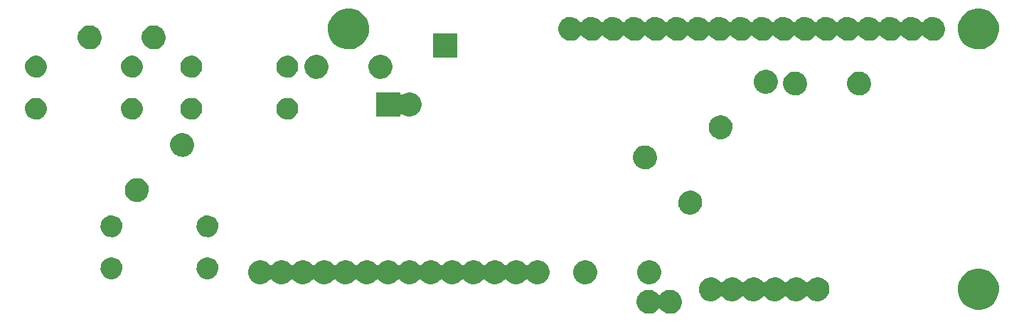
<source format=gbs>
G04 #@! TF.FileFunction,Soldermask,Bot*
%FSLAX46Y46*%
G04 Gerber Fmt 4.6, Leading zero omitted, Abs format (unit mm)*
G04 Created by KiCad (PCBNEW 4.0.2-stable) date 05/06/2017 19:11:29*
%MOMM*%
G01*
G04 APERTURE LIST*
%ADD10C,0.150000*%
G04 APERTURE END LIST*
D10*
G36*
X93419400Y-48078538D02*
X93692653Y-48134629D01*
X93949809Y-48242727D01*
X94181061Y-48398710D01*
X94377623Y-48596648D01*
X94531989Y-48828986D01*
X94638290Y-49086892D01*
X94692192Y-49359120D01*
X94692191Y-49359165D01*
X94692461Y-49360527D01*
X94688012Y-49679137D01*
X94687705Y-49680490D01*
X94687704Y-49680536D01*
X94626221Y-49951155D01*
X94512763Y-50205985D01*
X94351968Y-50433927D01*
X94149956Y-50626300D01*
X93914436Y-50775766D01*
X93654367Y-50876639D01*
X93379651Y-50925080D01*
X93100769Y-50919237D01*
X92828324Y-50859336D01*
X92572704Y-50747659D01*
X92343651Y-50588463D01*
X92144036Y-50381757D01*
X92098924Y-50346624D01*
X92045810Y-50325449D01*
X91988900Y-50319910D01*
X91932700Y-50330445D01*
X91881660Y-50356220D01*
X91831821Y-50405782D01*
X91811966Y-50433928D01*
X91609956Y-50626300D01*
X91374436Y-50775766D01*
X91114367Y-50876639D01*
X90839651Y-50925080D01*
X90560769Y-50919237D01*
X90288324Y-50859336D01*
X90032704Y-50747659D01*
X89803651Y-50588463D01*
X89609872Y-50387799D01*
X89458767Y-50153329D01*
X89356077Y-49893965D01*
X89305721Y-49619597D01*
X89309616Y-49340680D01*
X89367613Y-49067823D01*
X89477502Y-48811434D01*
X89635099Y-48581268D01*
X89834397Y-48386102D01*
X90067817Y-48233357D01*
X90326452Y-48128861D01*
X90600461Y-48076591D01*
X90879400Y-48078538D01*
X91152653Y-48134629D01*
X91409809Y-48242727D01*
X91641061Y-48398710D01*
X91851660Y-48610784D01*
X91851921Y-48610524D01*
X91869952Y-48630769D01*
X91918371Y-48661183D01*
X91973347Y-48676904D01*
X92030525Y-48676687D01*
X92085379Y-48660548D01*
X92133566Y-48629767D01*
X92168837Y-48590416D01*
X92175103Y-48581264D01*
X92374397Y-48386102D01*
X92607817Y-48233357D01*
X92866452Y-48128861D01*
X93140461Y-48076591D01*
X93419400Y-48078538D01*
X93419400Y-48078538D01*
G37*
G36*
X130256114Y-45563215D02*
X130724550Y-45659371D01*
X131165377Y-45844678D01*
X131561818Y-46112081D01*
X131898775Y-46451398D01*
X132163404Y-46849697D01*
X132345633Y-47291815D01*
X132438236Y-47759496D01*
X132438235Y-47759546D01*
X132438504Y-47760903D01*
X132430877Y-48307091D01*
X132430570Y-48308444D01*
X132430569Y-48308490D01*
X132324944Y-48773402D01*
X132130442Y-49210262D01*
X131854796Y-49601015D01*
X131508499Y-49930790D01*
X131104740Y-50187022D01*
X130658911Y-50359947D01*
X130187975Y-50442987D01*
X129709889Y-50432972D01*
X129242844Y-50330285D01*
X128804644Y-50138841D01*
X128411969Y-49865925D01*
X128079788Y-49521941D01*
X127820747Y-49119988D01*
X127644709Y-48675368D01*
X127558385Y-48205026D01*
X127565062Y-47726882D01*
X127664486Y-47259128D01*
X127852866Y-46819604D01*
X128123030Y-46425039D01*
X128464690Y-46090461D01*
X128864830Y-45828617D01*
X129308205Y-45649482D01*
X129777933Y-45559876D01*
X130256114Y-45563215D01*
X130256114Y-45563215D01*
G37*
G36*
X110999400Y-46578538D02*
X111272653Y-46634629D01*
X111529809Y-46742727D01*
X111761061Y-46898710D01*
X111957623Y-47096648D01*
X112111989Y-47328986D01*
X112218290Y-47586892D01*
X112272192Y-47859120D01*
X112272191Y-47859165D01*
X112272461Y-47860527D01*
X112268012Y-48179137D01*
X112267705Y-48180490D01*
X112267704Y-48180536D01*
X112206221Y-48451155D01*
X112092763Y-48705985D01*
X111931968Y-48933927D01*
X111729956Y-49126300D01*
X111494436Y-49275766D01*
X111234367Y-49376639D01*
X110959651Y-49425080D01*
X110680769Y-49419237D01*
X110408324Y-49359336D01*
X110152704Y-49247659D01*
X109923651Y-49088463D01*
X109724036Y-48881757D01*
X109678924Y-48846624D01*
X109625810Y-48825449D01*
X109568900Y-48819910D01*
X109512700Y-48830445D01*
X109461660Y-48856220D01*
X109411821Y-48905782D01*
X109391966Y-48933928D01*
X109189956Y-49126300D01*
X108954436Y-49275766D01*
X108694367Y-49376639D01*
X108419651Y-49425080D01*
X108140769Y-49419237D01*
X107868324Y-49359336D01*
X107612704Y-49247659D01*
X107383651Y-49088463D01*
X107184036Y-48881757D01*
X107138924Y-48846624D01*
X107085810Y-48825449D01*
X107028900Y-48819910D01*
X106972700Y-48830445D01*
X106921660Y-48856220D01*
X106871821Y-48905782D01*
X106851966Y-48933928D01*
X106649956Y-49126300D01*
X106414436Y-49275766D01*
X106154367Y-49376639D01*
X105879651Y-49425080D01*
X105600769Y-49419237D01*
X105328324Y-49359336D01*
X105072704Y-49247659D01*
X104843651Y-49088463D01*
X104644036Y-48881757D01*
X104598924Y-48846624D01*
X104545810Y-48825449D01*
X104488900Y-48819910D01*
X104432700Y-48830445D01*
X104381660Y-48856220D01*
X104331821Y-48905782D01*
X104311966Y-48933928D01*
X104109956Y-49126300D01*
X103874436Y-49275766D01*
X103614367Y-49376639D01*
X103339651Y-49425080D01*
X103060769Y-49419237D01*
X102788324Y-49359336D01*
X102532704Y-49247659D01*
X102303651Y-49088463D01*
X102104036Y-48881757D01*
X102058924Y-48846624D01*
X102005810Y-48825449D01*
X101948900Y-48819910D01*
X101892700Y-48830445D01*
X101841660Y-48856220D01*
X101791821Y-48905782D01*
X101771966Y-48933928D01*
X101569956Y-49126300D01*
X101334436Y-49275766D01*
X101074367Y-49376639D01*
X100799651Y-49425080D01*
X100520769Y-49419237D01*
X100248324Y-49359336D01*
X99992704Y-49247659D01*
X99763651Y-49088463D01*
X99564036Y-48881757D01*
X99518924Y-48846624D01*
X99465810Y-48825449D01*
X99408900Y-48819910D01*
X99352700Y-48830445D01*
X99301660Y-48856220D01*
X99251821Y-48905782D01*
X99231966Y-48933928D01*
X99029956Y-49126300D01*
X98794436Y-49275766D01*
X98534367Y-49376639D01*
X98259651Y-49425080D01*
X97980769Y-49419237D01*
X97708324Y-49359336D01*
X97452704Y-49247659D01*
X97223651Y-49088463D01*
X97029872Y-48887799D01*
X96878767Y-48653329D01*
X96776077Y-48393965D01*
X96725721Y-48119597D01*
X96729616Y-47840680D01*
X96787613Y-47567823D01*
X96897502Y-47311434D01*
X97055099Y-47081268D01*
X97254397Y-46886102D01*
X97487817Y-46733357D01*
X97746452Y-46628861D01*
X98020461Y-46576591D01*
X98299400Y-46578538D01*
X98572653Y-46634629D01*
X98829809Y-46742727D01*
X99061061Y-46898710D01*
X99271660Y-47110784D01*
X99271921Y-47110524D01*
X99289952Y-47130769D01*
X99338371Y-47161183D01*
X99393347Y-47176904D01*
X99450525Y-47176687D01*
X99505379Y-47160548D01*
X99553566Y-47129767D01*
X99588837Y-47090416D01*
X99595103Y-47081264D01*
X99794397Y-46886102D01*
X100027817Y-46733357D01*
X100286452Y-46628861D01*
X100560461Y-46576591D01*
X100839400Y-46578538D01*
X101112653Y-46634629D01*
X101369809Y-46742727D01*
X101601061Y-46898710D01*
X101811660Y-47110784D01*
X101811921Y-47110524D01*
X101829952Y-47130769D01*
X101878371Y-47161183D01*
X101933347Y-47176904D01*
X101990525Y-47176687D01*
X102045379Y-47160548D01*
X102093566Y-47129767D01*
X102128837Y-47090416D01*
X102135103Y-47081264D01*
X102334397Y-46886102D01*
X102567817Y-46733357D01*
X102826452Y-46628861D01*
X103100461Y-46576591D01*
X103379400Y-46578538D01*
X103652653Y-46634629D01*
X103909809Y-46742727D01*
X104141061Y-46898710D01*
X104351660Y-47110784D01*
X104351921Y-47110524D01*
X104369952Y-47130769D01*
X104418371Y-47161183D01*
X104473347Y-47176904D01*
X104530525Y-47176687D01*
X104585379Y-47160548D01*
X104633566Y-47129767D01*
X104668837Y-47090416D01*
X104675103Y-47081264D01*
X104874397Y-46886102D01*
X105107817Y-46733357D01*
X105366452Y-46628861D01*
X105640461Y-46576591D01*
X105919400Y-46578538D01*
X106192653Y-46634629D01*
X106449809Y-46742727D01*
X106681061Y-46898710D01*
X106891660Y-47110784D01*
X106891921Y-47110524D01*
X106909952Y-47130769D01*
X106958371Y-47161183D01*
X107013347Y-47176904D01*
X107070525Y-47176687D01*
X107125379Y-47160548D01*
X107173566Y-47129767D01*
X107208837Y-47090416D01*
X107215103Y-47081264D01*
X107414397Y-46886102D01*
X107647817Y-46733357D01*
X107906452Y-46628861D01*
X108180461Y-46576591D01*
X108459400Y-46578538D01*
X108732653Y-46634629D01*
X108989809Y-46742727D01*
X109221061Y-46898710D01*
X109431660Y-47110784D01*
X109431921Y-47110524D01*
X109449952Y-47130769D01*
X109498371Y-47161183D01*
X109553347Y-47176904D01*
X109610525Y-47176687D01*
X109665379Y-47160548D01*
X109713566Y-47129767D01*
X109748837Y-47090416D01*
X109755103Y-47081264D01*
X109954397Y-46886102D01*
X110187817Y-46733357D01*
X110446452Y-46628861D01*
X110720461Y-46576591D01*
X110999400Y-46578538D01*
X110999400Y-46578538D01*
G37*
G36*
X77659400Y-44578538D02*
X77932653Y-44634629D01*
X78189809Y-44742727D01*
X78421061Y-44898710D01*
X78617623Y-45096648D01*
X78771989Y-45328986D01*
X78878290Y-45586892D01*
X78932192Y-45859120D01*
X78932191Y-45859165D01*
X78932461Y-45860527D01*
X78928012Y-46179137D01*
X78927705Y-46180490D01*
X78927704Y-46180536D01*
X78866221Y-46451155D01*
X78752763Y-46705985D01*
X78591968Y-46933927D01*
X78389956Y-47126300D01*
X78154436Y-47275766D01*
X77894367Y-47376639D01*
X77619651Y-47425080D01*
X77340769Y-47419237D01*
X77068324Y-47359336D01*
X76812704Y-47247659D01*
X76583651Y-47088463D01*
X76384036Y-46881757D01*
X76338924Y-46846624D01*
X76285810Y-46825449D01*
X76228900Y-46819910D01*
X76172700Y-46830445D01*
X76121660Y-46856220D01*
X76071821Y-46905782D01*
X76051966Y-46933928D01*
X75849956Y-47126300D01*
X75614436Y-47275766D01*
X75354367Y-47376639D01*
X75079651Y-47425080D01*
X74800769Y-47419237D01*
X74528324Y-47359336D01*
X74272704Y-47247659D01*
X74043651Y-47088463D01*
X73844036Y-46881757D01*
X73798924Y-46846624D01*
X73745810Y-46825449D01*
X73688900Y-46819910D01*
X73632700Y-46830445D01*
X73581660Y-46856220D01*
X73531821Y-46905782D01*
X73511966Y-46933928D01*
X73309956Y-47126300D01*
X73074436Y-47275766D01*
X72814367Y-47376639D01*
X72539651Y-47425080D01*
X72260769Y-47419237D01*
X71988324Y-47359336D01*
X71732704Y-47247659D01*
X71503651Y-47088463D01*
X71304036Y-46881757D01*
X71258924Y-46846624D01*
X71205810Y-46825449D01*
X71148900Y-46819910D01*
X71092700Y-46830445D01*
X71041660Y-46856220D01*
X70991821Y-46905782D01*
X70971966Y-46933928D01*
X70769956Y-47126300D01*
X70534436Y-47275766D01*
X70274367Y-47376639D01*
X69999651Y-47425080D01*
X69720769Y-47419237D01*
X69448324Y-47359336D01*
X69192704Y-47247659D01*
X68963651Y-47088463D01*
X68764036Y-46881757D01*
X68718924Y-46846624D01*
X68665810Y-46825449D01*
X68608900Y-46819910D01*
X68552700Y-46830445D01*
X68501660Y-46856220D01*
X68451821Y-46905782D01*
X68431966Y-46933928D01*
X68229956Y-47126300D01*
X67994436Y-47275766D01*
X67734367Y-47376639D01*
X67459651Y-47425080D01*
X67180769Y-47419237D01*
X66908324Y-47359336D01*
X66652704Y-47247659D01*
X66423651Y-47088463D01*
X66224036Y-46881757D01*
X66178924Y-46846624D01*
X66125810Y-46825449D01*
X66068900Y-46819910D01*
X66012700Y-46830445D01*
X65961660Y-46856220D01*
X65911821Y-46905782D01*
X65891966Y-46933928D01*
X65689956Y-47126300D01*
X65454436Y-47275766D01*
X65194367Y-47376639D01*
X64919651Y-47425080D01*
X64640769Y-47419237D01*
X64368324Y-47359336D01*
X64112704Y-47247659D01*
X63883651Y-47088463D01*
X63684036Y-46881757D01*
X63638924Y-46846624D01*
X63585810Y-46825449D01*
X63528900Y-46819910D01*
X63472700Y-46830445D01*
X63421660Y-46856220D01*
X63371821Y-46905782D01*
X63351966Y-46933928D01*
X63149956Y-47126300D01*
X62914436Y-47275766D01*
X62654367Y-47376639D01*
X62379651Y-47425080D01*
X62100769Y-47419237D01*
X61828324Y-47359336D01*
X61572704Y-47247659D01*
X61343651Y-47088463D01*
X61144036Y-46881757D01*
X61098924Y-46846624D01*
X61045810Y-46825449D01*
X60988900Y-46819910D01*
X60932700Y-46830445D01*
X60881660Y-46856220D01*
X60831821Y-46905782D01*
X60811966Y-46933928D01*
X60609956Y-47126300D01*
X60374436Y-47275766D01*
X60114367Y-47376639D01*
X59839651Y-47425080D01*
X59560769Y-47419237D01*
X59288324Y-47359336D01*
X59032704Y-47247659D01*
X58803651Y-47088463D01*
X58604036Y-46881757D01*
X58558924Y-46846624D01*
X58505810Y-46825449D01*
X58448900Y-46819910D01*
X58392700Y-46830445D01*
X58341660Y-46856220D01*
X58291821Y-46905782D01*
X58271966Y-46933928D01*
X58069956Y-47126300D01*
X57834436Y-47275766D01*
X57574367Y-47376639D01*
X57299651Y-47425080D01*
X57020769Y-47419237D01*
X56748324Y-47359336D01*
X56492704Y-47247659D01*
X56263651Y-47088463D01*
X56064036Y-46881757D01*
X56018924Y-46846624D01*
X55965810Y-46825449D01*
X55908900Y-46819910D01*
X55852700Y-46830445D01*
X55801660Y-46856220D01*
X55751821Y-46905782D01*
X55731966Y-46933928D01*
X55529956Y-47126300D01*
X55294436Y-47275766D01*
X55034367Y-47376639D01*
X54759651Y-47425080D01*
X54480769Y-47419237D01*
X54208324Y-47359336D01*
X53952704Y-47247659D01*
X53723651Y-47088463D01*
X53524036Y-46881757D01*
X53478924Y-46846624D01*
X53425810Y-46825449D01*
X53368900Y-46819910D01*
X53312700Y-46830445D01*
X53261660Y-46856220D01*
X53211821Y-46905782D01*
X53191966Y-46933928D01*
X52989956Y-47126300D01*
X52754436Y-47275766D01*
X52494367Y-47376639D01*
X52219651Y-47425080D01*
X51940769Y-47419237D01*
X51668324Y-47359336D01*
X51412704Y-47247659D01*
X51183651Y-47088463D01*
X50984036Y-46881757D01*
X50938924Y-46846624D01*
X50885810Y-46825449D01*
X50828900Y-46819910D01*
X50772700Y-46830445D01*
X50721660Y-46856220D01*
X50671821Y-46905782D01*
X50651966Y-46933928D01*
X50449956Y-47126300D01*
X50214436Y-47275766D01*
X49954367Y-47376639D01*
X49679651Y-47425080D01*
X49400769Y-47419237D01*
X49128324Y-47359336D01*
X48872704Y-47247659D01*
X48643651Y-47088463D01*
X48444036Y-46881757D01*
X48398924Y-46846624D01*
X48345810Y-46825449D01*
X48288900Y-46819910D01*
X48232700Y-46830445D01*
X48181660Y-46856220D01*
X48131821Y-46905782D01*
X48111966Y-46933928D01*
X47909956Y-47126300D01*
X47674436Y-47275766D01*
X47414367Y-47376639D01*
X47139651Y-47425080D01*
X46860769Y-47419237D01*
X46588324Y-47359336D01*
X46332704Y-47247659D01*
X46103651Y-47088463D01*
X45904036Y-46881757D01*
X45858924Y-46846624D01*
X45805810Y-46825449D01*
X45748900Y-46819910D01*
X45692700Y-46830445D01*
X45641660Y-46856220D01*
X45591821Y-46905782D01*
X45571966Y-46933928D01*
X45369956Y-47126300D01*
X45134436Y-47275766D01*
X44874367Y-47376639D01*
X44599651Y-47425080D01*
X44320769Y-47419237D01*
X44048324Y-47359336D01*
X43792704Y-47247659D01*
X43563651Y-47088463D01*
X43369872Y-46887799D01*
X43218767Y-46653329D01*
X43116077Y-46393965D01*
X43065721Y-46119597D01*
X43069616Y-45840680D01*
X43127613Y-45567823D01*
X43237502Y-45311434D01*
X43395099Y-45081268D01*
X43594397Y-44886102D01*
X43827817Y-44733357D01*
X44086452Y-44628861D01*
X44360461Y-44576591D01*
X44639400Y-44578538D01*
X44912653Y-44634629D01*
X45169809Y-44742727D01*
X45401061Y-44898710D01*
X45611660Y-45110784D01*
X45611921Y-45110524D01*
X45629952Y-45130769D01*
X45678371Y-45161183D01*
X45733347Y-45176904D01*
X45790525Y-45176687D01*
X45845379Y-45160548D01*
X45893566Y-45129767D01*
X45928837Y-45090416D01*
X45935103Y-45081264D01*
X46134397Y-44886102D01*
X46367817Y-44733357D01*
X46626452Y-44628861D01*
X46900461Y-44576591D01*
X47179400Y-44578538D01*
X47452653Y-44634629D01*
X47709809Y-44742727D01*
X47941061Y-44898710D01*
X48151660Y-45110784D01*
X48151921Y-45110524D01*
X48169952Y-45130769D01*
X48218371Y-45161183D01*
X48273347Y-45176904D01*
X48330525Y-45176687D01*
X48385379Y-45160548D01*
X48433566Y-45129767D01*
X48468837Y-45090416D01*
X48475103Y-45081264D01*
X48674397Y-44886102D01*
X48907817Y-44733357D01*
X49166452Y-44628861D01*
X49440461Y-44576591D01*
X49719400Y-44578538D01*
X49992653Y-44634629D01*
X50249809Y-44742727D01*
X50481061Y-44898710D01*
X50691660Y-45110784D01*
X50691921Y-45110524D01*
X50709952Y-45130769D01*
X50758371Y-45161183D01*
X50813347Y-45176904D01*
X50870525Y-45176687D01*
X50925379Y-45160548D01*
X50973566Y-45129767D01*
X51008837Y-45090416D01*
X51015103Y-45081264D01*
X51214397Y-44886102D01*
X51447817Y-44733357D01*
X51706452Y-44628861D01*
X51980461Y-44576591D01*
X52259400Y-44578538D01*
X52532653Y-44634629D01*
X52789809Y-44742727D01*
X53021061Y-44898710D01*
X53231660Y-45110784D01*
X53231921Y-45110524D01*
X53249952Y-45130769D01*
X53298371Y-45161183D01*
X53353347Y-45176904D01*
X53410525Y-45176687D01*
X53465379Y-45160548D01*
X53513566Y-45129767D01*
X53548837Y-45090416D01*
X53555103Y-45081264D01*
X53754397Y-44886102D01*
X53987817Y-44733357D01*
X54246452Y-44628861D01*
X54520461Y-44576591D01*
X54799400Y-44578538D01*
X55072653Y-44634629D01*
X55329809Y-44742727D01*
X55561061Y-44898710D01*
X55771660Y-45110784D01*
X55771921Y-45110524D01*
X55789952Y-45130769D01*
X55838371Y-45161183D01*
X55893347Y-45176904D01*
X55950525Y-45176687D01*
X56005379Y-45160548D01*
X56053566Y-45129767D01*
X56088837Y-45090416D01*
X56095103Y-45081264D01*
X56294397Y-44886102D01*
X56527817Y-44733357D01*
X56786452Y-44628861D01*
X57060461Y-44576591D01*
X57339400Y-44578538D01*
X57612653Y-44634629D01*
X57869809Y-44742727D01*
X58101061Y-44898710D01*
X58311660Y-45110784D01*
X58311921Y-45110524D01*
X58329952Y-45130769D01*
X58378371Y-45161183D01*
X58433347Y-45176904D01*
X58490525Y-45176687D01*
X58545379Y-45160548D01*
X58593566Y-45129767D01*
X58628837Y-45090416D01*
X58635103Y-45081264D01*
X58834397Y-44886102D01*
X59067817Y-44733357D01*
X59326452Y-44628861D01*
X59600461Y-44576591D01*
X59879400Y-44578538D01*
X60152653Y-44634629D01*
X60409809Y-44742727D01*
X60641061Y-44898710D01*
X60851660Y-45110784D01*
X60851921Y-45110524D01*
X60869952Y-45130769D01*
X60918371Y-45161183D01*
X60973347Y-45176904D01*
X61030525Y-45176687D01*
X61085379Y-45160548D01*
X61133566Y-45129767D01*
X61168837Y-45090416D01*
X61175103Y-45081264D01*
X61374397Y-44886102D01*
X61607817Y-44733357D01*
X61866452Y-44628861D01*
X62140461Y-44576591D01*
X62419400Y-44578538D01*
X62692653Y-44634629D01*
X62949809Y-44742727D01*
X63181061Y-44898710D01*
X63391660Y-45110784D01*
X63391921Y-45110524D01*
X63409952Y-45130769D01*
X63458371Y-45161183D01*
X63513347Y-45176904D01*
X63570525Y-45176687D01*
X63625379Y-45160548D01*
X63673566Y-45129767D01*
X63708837Y-45090416D01*
X63715103Y-45081264D01*
X63914397Y-44886102D01*
X64147817Y-44733357D01*
X64406452Y-44628861D01*
X64680461Y-44576591D01*
X64959400Y-44578538D01*
X65232653Y-44634629D01*
X65489809Y-44742727D01*
X65721061Y-44898710D01*
X65931660Y-45110784D01*
X65931921Y-45110524D01*
X65949952Y-45130769D01*
X65998371Y-45161183D01*
X66053347Y-45176904D01*
X66110525Y-45176687D01*
X66165379Y-45160548D01*
X66213566Y-45129767D01*
X66248837Y-45090416D01*
X66255103Y-45081264D01*
X66454397Y-44886102D01*
X66687817Y-44733357D01*
X66946452Y-44628861D01*
X67220461Y-44576591D01*
X67499400Y-44578538D01*
X67772653Y-44634629D01*
X68029809Y-44742727D01*
X68261061Y-44898710D01*
X68471660Y-45110784D01*
X68471921Y-45110524D01*
X68489952Y-45130769D01*
X68538371Y-45161183D01*
X68593347Y-45176904D01*
X68650525Y-45176687D01*
X68705379Y-45160548D01*
X68753566Y-45129767D01*
X68788837Y-45090416D01*
X68795103Y-45081264D01*
X68994397Y-44886102D01*
X69227817Y-44733357D01*
X69486452Y-44628861D01*
X69760461Y-44576591D01*
X70039400Y-44578538D01*
X70312653Y-44634629D01*
X70569809Y-44742727D01*
X70801061Y-44898710D01*
X71011660Y-45110784D01*
X71011921Y-45110524D01*
X71029952Y-45130769D01*
X71078371Y-45161183D01*
X71133347Y-45176904D01*
X71190525Y-45176687D01*
X71245379Y-45160548D01*
X71293566Y-45129767D01*
X71328837Y-45090416D01*
X71335103Y-45081264D01*
X71534397Y-44886102D01*
X71767817Y-44733357D01*
X72026452Y-44628861D01*
X72300461Y-44576591D01*
X72579400Y-44578538D01*
X72852653Y-44634629D01*
X73109809Y-44742727D01*
X73341061Y-44898710D01*
X73551660Y-45110784D01*
X73551921Y-45110524D01*
X73569952Y-45130769D01*
X73618371Y-45161183D01*
X73673347Y-45176904D01*
X73730525Y-45176687D01*
X73785379Y-45160548D01*
X73833566Y-45129767D01*
X73868837Y-45090416D01*
X73875103Y-45081264D01*
X74074397Y-44886102D01*
X74307817Y-44733357D01*
X74566452Y-44628861D01*
X74840461Y-44576591D01*
X75119400Y-44578538D01*
X75392653Y-44634629D01*
X75649809Y-44742727D01*
X75881061Y-44898710D01*
X76091660Y-45110784D01*
X76091921Y-45110524D01*
X76109952Y-45130769D01*
X76158371Y-45161183D01*
X76213347Y-45176904D01*
X76270525Y-45176687D01*
X76325379Y-45160548D01*
X76373566Y-45129767D01*
X76408837Y-45090416D01*
X76415103Y-45081264D01*
X76614397Y-44886102D01*
X76847817Y-44733357D01*
X77106452Y-44628861D01*
X77380461Y-44576591D01*
X77659400Y-44578538D01*
X77659400Y-44578538D01*
G37*
G36*
X90959400Y-44578538D02*
X91232653Y-44634629D01*
X91489809Y-44742727D01*
X91721061Y-44898710D01*
X91917623Y-45096648D01*
X92071989Y-45328986D01*
X92178290Y-45586892D01*
X92232192Y-45859120D01*
X92232191Y-45859165D01*
X92232461Y-45860527D01*
X92228012Y-46179137D01*
X92227705Y-46180490D01*
X92227704Y-46180536D01*
X92166221Y-46451155D01*
X92052763Y-46705985D01*
X91891968Y-46933927D01*
X91689956Y-47126300D01*
X91454436Y-47275766D01*
X91194367Y-47376639D01*
X90919651Y-47425080D01*
X90640769Y-47419237D01*
X90368324Y-47359336D01*
X90112704Y-47247659D01*
X89883651Y-47088463D01*
X89689872Y-46887799D01*
X89538767Y-46653329D01*
X89436077Y-46393965D01*
X89385721Y-46119597D01*
X89389616Y-45840680D01*
X89447613Y-45567823D01*
X89557502Y-45311434D01*
X89715099Y-45081268D01*
X89914397Y-44886102D01*
X90147817Y-44733357D01*
X90406452Y-44628861D01*
X90680461Y-44576591D01*
X90959400Y-44578538D01*
X90959400Y-44578538D01*
G37*
G36*
X83339400Y-44578538D02*
X83612653Y-44634629D01*
X83869809Y-44742727D01*
X84101061Y-44898710D01*
X84297623Y-45096648D01*
X84451989Y-45328986D01*
X84558290Y-45586892D01*
X84612192Y-45859120D01*
X84612191Y-45859165D01*
X84612461Y-45860527D01*
X84608012Y-46179137D01*
X84607705Y-46180490D01*
X84607704Y-46180536D01*
X84546221Y-46451155D01*
X84432763Y-46705985D01*
X84271968Y-46933927D01*
X84069956Y-47126300D01*
X83834436Y-47275766D01*
X83574367Y-47376639D01*
X83299651Y-47425080D01*
X83020769Y-47419237D01*
X82748324Y-47359336D01*
X82492704Y-47247659D01*
X82263651Y-47088463D01*
X82069872Y-46887799D01*
X81918767Y-46653329D01*
X81816077Y-46393965D01*
X81765721Y-46119597D01*
X81769616Y-45840680D01*
X81827613Y-45567823D01*
X81937502Y-45311434D01*
X82095099Y-45081268D01*
X82294397Y-44886102D01*
X82527817Y-44733357D01*
X82786452Y-44628861D01*
X83060461Y-44576591D01*
X83339400Y-44578538D01*
X83339400Y-44578538D01*
G37*
G36*
X26921060Y-44205454D02*
X27169916Y-44256537D01*
X27404112Y-44354983D01*
X27614717Y-44497039D01*
X27793727Y-44677303D01*
X27934312Y-44888900D01*
X28031121Y-45123777D01*
X28080186Y-45371573D01*
X28080185Y-45371613D01*
X28080456Y-45372979D01*
X28076404Y-45663142D01*
X28076096Y-45664500D01*
X28076095Y-45664541D01*
X28020131Y-45910869D01*
X27916800Y-46142955D01*
X27770364Y-46350541D01*
X27586392Y-46525735D01*
X27371893Y-46661859D01*
X27135048Y-46753725D01*
X26884860Y-46797841D01*
X26630879Y-46792520D01*
X26382759Y-46737967D01*
X26149962Y-46636261D01*
X25941361Y-46491279D01*
X25764882Y-46308531D01*
X25627269Y-46094996D01*
X25533748Y-45858790D01*
X25487888Y-45608919D01*
X25491436Y-45354907D01*
X25544255Y-45106409D01*
X25644332Y-44872913D01*
X25787856Y-44663301D01*
X25969368Y-44485551D01*
X26181936Y-44346450D01*
X26417483Y-44251284D01*
X26667027Y-44203680D01*
X26921060Y-44205454D01*
X26921060Y-44205454D01*
G37*
G36*
X38351060Y-44205454D02*
X38599916Y-44256537D01*
X38834112Y-44354983D01*
X39044717Y-44497039D01*
X39223727Y-44677303D01*
X39364312Y-44888900D01*
X39461121Y-45123777D01*
X39510186Y-45371573D01*
X39510185Y-45371613D01*
X39510456Y-45372979D01*
X39506404Y-45663142D01*
X39506096Y-45664500D01*
X39506095Y-45664541D01*
X39450131Y-45910869D01*
X39346800Y-46142955D01*
X39200364Y-46350541D01*
X39016392Y-46525735D01*
X38801893Y-46661859D01*
X38565048Y-46753725D01*
X38314860Y-46797841D01*
X38060879Y-46792520D01*
X37812759Y-46737967D01*
X37579962Y-46636261D01*
X37371361Y-46491279D01*
X37194882Y-46308531D01*
X37057269Y-46094996D01*
X36963748Y-45858790D01*
X36917888Y-45608919D01*
X36921436Y-45354907D01*
X36974255Y-45106409D01*
X37074332Y-44872913D01*
X37217856Y-44663301D01*
X37399368Y-44485551D01*
X37611936Y-44346450D01*
X37847483Y-44251284D01*
X38097027Y-44203680D01*
X38351060Y-44205454D01*
X38351060Y-44205454D01*
G37*
G36*
X26921060Y-39205454D02*
X27169916Y-39256537D01*
X27404112Y-39354983D01*
X27614717Y-39497039D01*
X27793727Y-39677303D01*
X27934312Y-39888900D01*
X28031121Y-40123777D01*
X28080186Y-40371573D01*
X28080185Y-40371613D01*
X28080456Y-40372979D01*
X28076404Y-40663142D01*
X28076096Y-40664500D01*
X28076095Y-40664541D01*
X28020131Y-40910869D01*
X27916800Y-41142955D01*
X27770364Y-41350541D01*
X27586392Y-41525735D01*
X27371893Y-41661859D01*
X27135048Y-41753725D01*
X26884860Y-41797841D01*
X26630879Y-41792520D01*
X26382759Y-41737967D01*
X26149962Y-41636261D01*
X25941361Y-41491279D01*
X25764882Y-41308531D01*
X25627269Y-41094996D01*
X25533748Y-40858790D01*
X25487888Y-40608919D01*
X25491436Y-40354907D01*
X25544255Y-40106409D01*
X25644332Y-39872913D01*
X25787856Y-39663301D01*
X25969368Y-39485551D01*
X26181936Y-39346450D01*
X26417483Y-39251284D01*
X26667027Y-39203680D01*
X26921060Y-39205454D01*
X26921060Y-39205454D01*
G37*
G36*
X38351060Y-39205454D02*
X38599916Y-39256537D01*
X38834112Y-39354983D01*
X39044717Y-39497039D01*
X39223727Y-39677303D01*
X39364312Y-39888900D01*
X39461121Y-40123777D01*
X39510186Y-40371573D01*
X39510185Y-40371613D01*
X39510456Y-40372979D01*
X39506404Y-40663142D01*
X39506096Y-40664500D01*
X39506095Y-40664541D01*
X39450131Y-40910869D01*
X39346800Y-41142955D01*
X39200364Y-41350541D01*
X39016392Y-41525735D01*
X38801893Y-41661859D01*
X38565048Y-41753725D01*
X38314860Y-41797841D01*
X38060879Y-41792520D01*
X37812759Y-41737967D01*
X37579962Y-41636261D01*
X37371361Y-41491279D01*
X37194882Y-41308531D01*
X37057269Y-41094996D01*
X36963748Y-40858790D01*
X36917888Y-40608919D01*
X36921436Y-40354907D01*
X36974255Y-40106409D01*
X37074332Y-39872913D01*
X37217856Y-39663301D01*
X37399368Y-39485551D01*
X37611936Y-39346450D01*
X37847483Y-39251284D01*
X38097027Y-39203680D01*
X38351060Y-39205454D01*
X38351060Y-39205454D01*
G37*
G36*
X95843477Y-36272615D02*
X96116730Y-36328706D01*
X96373886Y-36436804D01*
X96605138Y-36592787D01*
X96801700Y-36790725D01*
X96956066Y-37023063D01*
X97062367Y-37280969D01*
X97116269Y-37553197D01*
X97116268Y-37553242D01*
X97116538Y-37554604D01*
X97112089Y-37873214D01*
X97111782Y-37874567D01*
X97111781Y-37874613D01*
X97050298Y-38145232D01*
X96936840Y-38400062D01*
X96776045Y-38628004D01*
X96574033Y-38820377D01*
X96338513Y-38969843D01*
X96078444Y-39070716D01*
X95803728Y-39119157D01*
X95524846Y-39113314D01*
X95252401Y-39053413D01*
X94996781Y-38941736D01*
X94767728Y-38782540D01*
X94573949Y-38581876D01*
X94422844Y-38347406D01*
X94320154Y-38088042D01*
X94269798Y-37813674D01*
X94273693Y-37534757D01*
X94331690Y-37261900D01*
X94441579Y-37005511D01*
X94599176Y-36775345D01*
X94798474Y-36580179D01*
X95031894Y-36427434D01*
X95290529Y-36322938D01*
X95564538Y-36270668D01*
X95843477Y-36272615D01*
X95843477Y-36272615D01*
G37*
G36*
X29955323Y-34772615D02*
X30228576Y-34828706D01*
X30485732Y-34936804D01*
X30716984Y-35092787D01*
X30913546Y-35290725D01*
X31067912Y-35523063D01*
X31174213Y-35780969D01*
X31228115Y-36053197D01*
X31228114Y-36053242D01*
X31228384Y-36054604D01*
X31223935Y-36373214D01*
X31223628Y-36374567D01*
X31223627Y-36374613D01*
X31162144Y-36645232D01*
X31048686Y-36900062D01*
X30887891Y-37128004D01*
X30685879Y-37320377D01*
X30450359Y-37469843D01*
X30190290Y-37570716D01*
X29915574Y-37619157D01*
X29636692Y-37613314D01*
X29364247Y-37553413D01*
X29108627Y-37441736D01*
X28879574Y-37282540D01*
X28685795Y-37081876D01*
X28534690Y-36847406D01*
X28432000Y-36588042D01*
X28381644Y-36313674D01*
X28385539Y-36034757D01*
X28443536Y-35761900D01*
X28553425Y-35505511D01*
X28711022Y-35275345D01*
X28910320Y-35080179D01*
X29143740Y-34927434D01*
X29402375Y-34822938D01*
X29676384Y-34770668D01*
X29955323Y-34772615D01*
X29955323Y-34772615D01*
G37*
G36*
X90455323Y-30884461D02*
X90728576Y-30940552D01*
X90985732Y-31048650D01*
X91216984Y-31204633D01*
X91413546Y-31402571D01*
X91567912Y-31634909D01*
X91674213Y-31892815D01*
X91728115Y-32165043D01*
X91728114Y-32165088D01*
X91728384Y-32166450D01*
X91723935Y-32485060D01*
X91723628Y-32486413D01*
X91723627Y-32486459D01*
X91662144Y-32757078D01*
X91548686Y-33011908D01*
X91387891Y-33239850D01*
X91185879Y-33432223D01*
X90950359Y-33581689D01*
X90690290Y-33682562D01*
X90415574Y-33731003D01*
X90136692Y-33725160D01*
X89864247Y-33665259D01*
X89608627Y-33553582D01*
X89379574Y-33394386D01*
X89185795Y-33193722D01*
X89034690Y-32959252D01*
X88932000Y-32699888D01*
X88881644Y-32425520D01*
X88885539Y-32146603D01*
X88943536Y-31873746D01*
X89053425Y-31617357D01*
X89211022Y-31387191D01*
X89410320Y-31192025D01*
X89643740Y-31039280D01*
X89902375Y-30934784D01*
X90176384Y-30882514D01*
X90455323Y-30884461D01*
X90455323Y-30884461D01*
G37*
G36*
X35343477Y-29384461D02*
X35616730Y-29440552D01*
X35873886Y-29548650D01*
X36105138Y-29704633D01*
X36301700Y-29902571D01*
X36456066Y-30134909D01*
X36562367Y-30392815D01*
X36616269Y-30665043D01*
X36616268Y-30665088D01*
X36616538Y-30666450D01*
X36612089Y-30985060D01*
X36611782Y-30986413D01*
X36611781Y-30986459D01*
X36550298Y-31257078D01*
X36436840Y-31511908D01*
X36276045Y-31739850D01*
X36074033Y-31932223D01*
X35838513Y-32081689D01*
X35578444Y-32182562D01*
X35303728Y-32231003D01*
X35024846Y-32225160D01*
X34752401Y-32165259D01*
X34496781Y-32053582D01*
X34267728Y-31894386D01*
X34073949Y-31693722D01*
X33922844Y-31459252D01*
X33820154Y-31199888D01*
X33769798Y-30925520D01*
X33773693Y-30646603D01*
X33831690Y-30373746D01*
X33941579Y-30117357D01*
X34099176Y-29887191D01*
X34298474Y-29692025D01*
X34531894Y-29539280D01*
X34790529Y-29434784D01*
X35064538Y-29382514D01*
X35343477Y-29384461D01*
X35343477Y-29384461D01*
G37*
G36*
X99455323Y-27272615D02*
X99728576Y-27328706D01*
X99985732Y-27436804D01*
X100216984Y-27592787D01*
X100413546Y-27790725D01*
X100567912Y-28023063D01*
X100674213Y-28280969D01*
X100728115Y-28553197D01*
X100728114Y-28553242D01*
X100728384Y-28554604D01*
X100723935Y-28873214D01*
X100723628Y-28874567D01*
X100723627Y-28874613D01*
X100662144Y-29145232D01*
X100548686Y-29400062D01*
X100387891Y-29628004D01*
X100185879Y-29820377D01*
X99950359Y-29969843D01*
X99690290Y-30070716D01*
X99415574Y-30119157D01*
X99136692Y-30113314D01*
X98864247Y-30053413D01*
X98608627Y-29941736D01*
X98379574Y-29782540D01*
X98185795Y-29581876D01*
X98034690Y-29347406D01*
X97932000Y-29088042D01*
X97881644Y-28813674D01*
X97885539Y-28534757D01*
X97943536Y-28261900D01*
X98053425Y-28005511D01*
X98211022Y-27775345D01*
X98410320Y-27580179D01*
X98643740Y-27427434D01*
X98902375Y-27322938D01*
X99176384Y-27270668D01*
X99455323Y-27272615D01*
X99455323Y-27272615D01*
G37*
G36*
X17921060Y-25205454D02*
X18169916Y-25256537D01*
X18404112Y-25354983D01*
X18614717Y-25497039D01*
X18793727Y-25677303D01*
X18934312Y-25888900D01*
X19031121Y-26123777D01*
X19080186Y-26371573D01*
X19080185Y-26371613D01*
X19080456Y-26372979D01*
X19076404Y-26663142D01*
X19076096Y-26664500D01*
X19076095Y-26664541D01*
X19020131Y-26910869D01*
X18916800Y-27142955D01*
X18770364Y-27350541D01*
X18586392Y-27525735D01*
X18371893Y-27661859D01*
X18135048Y-27753725D01*
X17884860Y-27797841D01*
X17630879Y-27792520D01*
X17382759Y-27737967D01*
X17149962Y-27636261D01*
X16941361Y-27491279D01*
X16764882Y-27308531D01*
X16627269Y-27094996D01*
X16533748Y-26858790D01*
X16487888Y-26608919D01*
X16491436Y-26354907D01*
X16544255Y-26106409D01*
X16644332Y-25872913D01*
X16787856Y-25663301D01*
X16969368Y-25485551D01*
X17181936Y-25346450D01*
X17417483Y-25251284D01*
X17667027Y-25203680D01*
X17921060Y-25205454D01*
X17921060Y-25205454D01*
G37*
G36*
X47851060Y-25205454D02*
X48099916Y-25256537D01*
X48334112Y-25354983D01*
X48544717Y-25497039D01*
X48723727Y-25677303D01*
X48864312Y-25888900D01*
X48961121Y-26123777D01*
X49010186Y-26371573D01*
X49010185Y-26371613D01*
X49010456Y-26372979D01*
X49006404Y-26663142D01*
X49006096Y-26664500D01*
X49006095Y-26664541D01*
X48950131Y-26910869D01*
X48846800Y-27142955D01*
X48700364Y-27350541D01*
X48516392Y-27525735D01*
X48301893Y-27661859D01*
X48065048Y-27753725D01*
X47814860Y-27797841D01*
X47560879Y-27792520D01*
X47312759Y-27737967D01*
X47079962Y-27636261D01*
X46871361Y-27491279D01*
X46694882Y-27308531D01*
X46557269Y-27094996D01*
X46463748Y-26858790D01*
X46417888Y-26608919D01*
X46421436Y-26354907D01*
X46474255Y-26106409D01*
X46574332Y-25872913D01*
X46717856Y-25663301D01*
X46899368Y-25485551D01*
X47111936Y-25346450D01*
X47347483Y-25251284D01*
X47597027Y-25203680D01*
X47851060Y-25205454D01*
X47851060Y-25205454D01*
G37*
G36*
X36421060Y-25205454D02*
X36669916Y-25256537D01*
X36904112Y-25354983D01*
X37114717Y-25497039D01*
X37293727Y-25677303D01*
X37434312Y-25888900D01*
X37531121Y-26123777D01*
X37580186Y-26371573D01*
X37580185Y-26371613D01*
X37580456Y-26372979D01*
X37576404Y-26663142D01*
X37576096Y-26664500D01*
X37576095Y-26664541D01*
X37520131Y-26910869D01*
X37416800Y-27142955D01*
X37270364Y-27350541D01*
X37086392Y-27525735D01*
X36871893Y-27661859D01*
X36635048Y-27753725D01*
X36384860Y-27797841D01*
X36130879Y-27792520D01*
X35882759Y-27737967D01*
X35649962Y-27636261D01*
X35441361Y-27491279D01*
X35264882Y-27308531D01*
X35127269Y-27094996D01*
X35033748Y-26858790D01*
X34987888Y-26608919D01*
X34991436Y-26354907D01*
X35044255Y-26106409D01*
X35144332Y-25872913D01*
X35287856Y-25663301D01*
X35469368Y-25485551D01*
X35681936Y-25346450D01*
X35917483Y-25251284D01*
X36167027Y-25203680D01*
X36421060Y-25205454D01*
X36421060Y-25205454D01*
G37*
G36*
X29351060Y-25205454D02*
X29599916Y-25256537D01*
X29834112Y-25354983D01*
X30044717Y-25497039D01*
X30223727Y-25677303D01*
X30364312Y-25888900D01*
X30461121Y-26123777D01*
X30510186Y-26371573D01*
X30510185Y-26371613D01*
X30510456Y-26372979D01*
X30506404Y-26663142D01*
X30506096Y-26664500D01*
X30506095Y-26664541D01*
X30450131Y-26910869D01*
X30346800Y-27142955D01*
X30200364Y-27350541D01*
X30016392Y-27525735D01*
X29801893Y-27661859D01*
X29565048Y-27753725D01*
X29314860Y-27797841D01*
X29060879Y-27792520D01*
X28812759Y-27737967D01*
X28579962Y-27636261D01*
X28371361Y-27491279D01*
X28194882Y-27308531D01*
X28057269Y-27094996D01*
X27963748Y-26858790D01*
X27917888Y-26608919D01*
X27921436Y-26354907D01*
X27974255Y-26106409D01*
X28074332Y-25872913D01*
X28217856Y-25663301D01*
X28399368Y-25485551D01*
X28611936Y-25346450D01*
X28847483Y-25251284D01*
X29097027Y-25203680D01*
X29351060Y-25205454D01*
X29351060Y-25205454D01*
G37*
G36*
X62419400Y-24578538D02*
X62692653Y-24634629D01*
X62949809Y-24742727D01*
X63181061Y-24898710D01*
X63377623Y-25096648D01*
X63531989Y-25328986D01*
X63638290Y-25586892D01*
X63692192Y-25859120D01*
X63692191Y-25859165D01*
X63692461Y-25860527D01*
X63688012Y-26179137D01*
X63687705Y-26180490D01*
X63687704Y-26180536D01*
X63626221Y-26451155D01*
X63512763Y-26705985D01*
X63351968Y-26933927D01*
X63149956Y-27126300D01*
X62914436Y-27275766D01*
X62654367Y-27376639D01*
X62379651Y-27425080D01*
X62100769Y-27419237D01*
X61828324Y-27359336D01*
X61572708Y-27247661D01*
X61471569Y-27177368D01*
X61420492Y-27151666D01*
X61364277Y-27141211D01*
X61307375Y-27146832D01*
X61254291Y-27168082D01*
X61209230Y-27203279D01*
X61175758Y-27249637D01*
X61156526Y-27303485D01*
X61152400Y-27344226D01*
X61152400Y-27422400D01*
X58307600Y-27422400D01*
X58307600Y-24577600D01*
X61152400Y-24577600D01*
X61152400Y-24655562D01*
X61160445Y-24712172D01*
X61183942Y-24764300D01*
X61221032Y-24807817D01*
X61268777Y-24839279D01*
X61323397Y-24856194D01*
X61380567Y-24857222D01*
X61435759Y-24842283D01*
X61466865Y-24825592D01*
X61607813Y-24733358D01*
X61866452Y-24628861D01*
X62140461Y-24576591D01*
X62419400Y-24578538D01*
X62419400Y-24578538D01*
G37*
G36*
X108339400Y-22078538D02*
X108612653Y-22134629D01*
X108869809Y-22242727D01*
X109101061Y-22398710D01*
X109297623Y-22596648D01*
X109451989Y-22828986D01*
X109558290Y-23086892D01*
X109612192Y-23359120D01*
X109612191Y-23359165D01*
X109612461Y-23360527D01*
X109608012Y-23679137D01*
X109607705Y-23680490D01*
X109607704Y-23680536D01*
X109546221Y-23951155D01*
X109432763Y-24205985D01*
X109271968Y-24433927D01*
X109069956Y-24626300D01*
X108834436Y-24775766D01*
X108574367Y-24876639D01*
X108299651Y-24925080D01*
X108020769Y-24919237D01*
X107748324Y-24859336D01*
X107492704Y-24747659D01*
X107263651Y-24588463D01*
X107069872Y-24387799D01*
X106918767Y-24153329D01*
X106816077Y-23893965D01*
X106765721Y-23619597D01*
X106769616Y-23340680D01*
X106827613Y-23067823D01*
X106937502Y-22811434D01*
X107095099Y-22581268D01*
X107294397Y-22386102D01*
X107527817Y-22233357D01*
X107786452Y-22128861D01*
X108060461Y-22076591D01*
X108339400Y-22078538D01*
X108339400Y-22078538D01*
G37*
G36*
X115959400Y-22078538D02*
X116232653Y-22134629D01*
X116489809Y-22242727D01*
X116721061Y-22398710D01*
X116917623Y-22596648D01*
X117071989Y-22828986D01*
X117178290Y-23086892D01*
X117232192Y-23359120D01*
X117232191Y-23359165D01*
X117232461Y-23360527D01*
X117228012Y-23679137D01*
X117227705Y-23680490D01*
X117227704Y-23680536D01*
X117166221Y-23951155D01*
X117052763Y-24205985D01*
X116891968Y-24433927D01*
X116689956Y-24626300D01*
X116454436Y-24775766D01*
X116194367Y-24876639D01*
X115919651Y-24925080D01*
X115640769Y-24919237D01*
X115368324Y-24859336D01*
X115112704Y-24747659D01*
X114883651Y-24588463D01*
X114689872Y-24387799D01*
X114538767Y-24153329D01*
X114436077Y-23893965D01*
X114385721Y-23619597D01*
X114389616Y-23340680D01*
X114447613Y-23067823D01*
X114557502Y-22811434D01*
X114715099Y-22581268D01*
X114914397Y-22386102D01*
X115147817Y-22233357D01*
X115406452Y-22128861D01*
X115680461Y-22076591D01*
X115959400Y-22078538D01*
X115959400Y-22078538D01*
G37*
G36*
X104843477Y-21884461D02*
X105116730Y-21940552D01*
X105373886Y-22048650D01*
X105605138Y-22204633D01*
X105801700Y-22402571D01*
X105956066Y-22634909D01*
X106062367Y-22892815D01*
X106116269Y-23165043D01*
X106116268Y-23165088D01*
X106116538Y-23166450D01*
X106112089Y-23485060D01*
X106111782Y-23486413D01*
X106111781Y-23486459D01*
X106050298Y-23757078D01*
X105936840Y-24011908D01*
X105776045Y-24239850D01*
X105574033Y-24432223D01*
X105338513Y-24581689D01*
X105078444Y-24682562D01*
X104803728Y-24731003D01*
X104524846Y-24725160D01*
X104252401Y-24665259D01*
X103996781Y-24553582D01*
X103767728Y-24394386D01*
X103573949Y-24193722D01*
X103422844Y-23959252D01*
X103320154Y-23699888D01*
X103269798Y-23425520D01*
X103273693Y-23146603D01*
X103331690Y-22873746D01*
X103441579Y-22617357D01*
X103599176Y-22387191D01*
X103798474Y-22192025D01*
X104031894Y-22039280D01*
X104290529Y-21934784D01*
X104564538Y-21882514D01*
X104843477Y-21884461D01*
X104843477Y-21884461D01*
G37*
G36*
X51339400Y-20078538D02*
X51612653Y-20134629D01*
X51869809Y-20242727D01*
X52101061Y-20398710D01*
X52297623Y-20596648D01*
X52451989Y-20828986D01*
X52558290Y-21086892D01*
X52612192Y-21359120D01*
X52612191Y-21359165D01*
X52612461Y-21360527D01*
X52608012Y-21679137D01*
X52607705Y-21680490D01*
X52607704Y-21680536D01*
X52546221Y-21951155D01*
X52432763Y-22205985D01*
X52271968Y-22433927D01*
X52069956Y-22626300D01*
X51834436Y-22775766D01*
X51574367Y-22876639D01*
X51299651Y-22925080D01*
X51020769Y-22919237D01*
X50748324Y-22859336D01*
X50492704Y-22747659D01*
X50263651Y-22588463D01*
X50069872Y-22387799D01*
X49918767Y-22153329D01*
X49816077Y-21893965D01*
X49765721Y-21619597D01*
X49769616Y-21340680D01*
X49827613Y-21067823D01*
X49937502Y-20811434D01*
X50095099Y-20581268D01*
X50294397Y-20386102D01*
X50527817Y-20233357D01*
X50786452Y-20128861D01*
X51060461Y-20076591D01*
X51339400Y-20078538D01*
X51339400Y-20078538D01*
G37*
G36*
X58959400Y-20078538D02*
X59232653Y-20134629D01*
X59489809Y-20242727D01*
X59721061Y-20398710D01*
X59917623Y-20596648D01*
X60071989Y-20828986D01*
X60178290Y-21086892D01*
X60232192Y-21359120D01*
X60232191Y-21359165D01*
X60232461Y-21360527D01*
X60228012Y-21679137D01*
X60227705Y-21680490D01*
X60227704Y-21680536D01*
X60166221Y-21951155D01*
X60052763Y-22205985D01*
X59891968Y-22433927D01*
X59689956Y-22626300D01*
X59454436Y-22775766D01*
X59194367Y-22876639D01*
X58919651Y-22925080D01*
X58640769Y-22919237D01*
X58368324Y-22859336D01*
X58112704Y-22747659D01*
X57883651Y-22588463D01*
X57689872Y-22387799D01*
X57538767Y-22153329D01*
X57436077Y-21893965D01*
X57385721Y-21619597D01*
X57389616Y-21340680D01*
X57447613Y-21067823D01*
X57557502Y-20811434D01*
X57715099Y-20581268D01*
X57914397Y-20386102D01*
X58147817Y-20233357D01*
X58406452Y-20128861D01*
X58680461Y-20076591D01*
X58959400Y-20078538D01*
X58959400Y-20078538D01*
G37*
G36*
X17921060Y-20205454D02*
X18169916Y-20256537D01*
X18404112Y-20354983D01*
X18614717Y-20497039D01*
X18793727Y-20677303D01*
X18934312Y-20888900D01*
X19031121Y-21123777D01*
X19080186Y-21371573D01*
X19080185Y-21371613D01*
X19080456Y-21372979D01*
X19076404Y-21663142D01*
X19076096Y-21664500D01*
X19076095Y-21664541D01*
X19020131Y-21910869D01*
X18916800Y-22142955D01*
X18770364Y-22350541D01*
X18586392Y-22525735D01*
X18371893Y-22661859D01*
X18135048Y-22753725D01*
X17884860Y-22797841D01*
X17630879Y-22792520D01*
X17382759Y-22737967D01*
X17149962Y-22636261D01*
X16941361Y-22491279D01*
X16764882Y-22308531D01*
X16627269Y-22094996D01*
X16533748Y-21858790D01*
X16487888Y-21608919D01*
X16491436Y-21354907D01*
X16544255Y-21106409D01*
X16644332Y-20872913D01*
X16787856Y-20663301D01*
X16969368Y-20485551D01*
X17181936Y-20346450D01*
X17417483Y-20251284D01*
X17667027Y-20203680D01*
X17921060Y-20205454D01*
X17921060Y-20205454D01*
G37*
G36*
X29351060Y-20205454D02*
X29599916Y-20256537D01*
X29834112Y-20354983D01*
X30044717Y-20497039D01*
X30223727Y-20677303D01*
X30364312Y-20888900D01*
X30461121Y-21123777D01*
X30510186Y-21371573D01*
X30510185Y-21371613D01*
X30510456Y-21372979D01*
X30506404Y-21663142D01*
X30506096Y-21664500D01*
X30506095Y-21664541D01*
X30450131Y-21910869D01*
X30346800Y-22142955D01*
X30200364Y-22350541D01*
X30016392Y-22525735D01*
X29801893Y-22661859D01*
X29565048Y-22753725D01*
X29314860Y-22797841D01*
X29060879Y-22792520D01*
X28812759Y-22737967D01*
X28579962Y-22636261D01*
X28371361Y-22491279D01*
X28194882Y-22308531D01*
X28057269Y-22094996D01*
X27963748Y-21858790D01*
X27917888Y-21608919D01*
X27921436Y-21354907D01*
X27974255Y-21106409D01*
X28074332Y-20872913D01*
X28217856Y-20663301D01*
X28399368Y-20485551D01*
X28611936Y-20346450D01*
X28847483Y-20251284D01*
X29097027Y-20203680D01*
X29351060Y-20205454D01*
X29351060Y-20205454D01*
G37*
G36*
X36421060Y-20205454D02*
X36669916Y-20256537D01*
X36904112Y-20354983D01*
X37114717Y-20497039D01*
X37293727Y-20677303D01*
X37434312Y-20888900D01*
X37531121Y-21123777D01*
X37580186Y-21371573D01*
X37580185Y-21371613D01*
X37580456Y-21372979D01*
X37576404Y-21663142D01*
X37576096Y-21664500D01*
X37576095Y-21664541D01*
X37520131Y-21910869D01*
X37416800Y-22142955D01*
X37270364Y-22350541D01*
X37086392Y-22525735D01*
X36871893Y-22661859D01*
X36635048Y-22753725D01*
X36384860Y-22797841D01*
X36130879Y-22792520D01*
X35882759Y-22737967D01*
X35649962Y-22636261D01*
X35441361Y-22491279D01*
X35264882Y-22308531D01*
X35127269Y-22094996D01*
X35033748Y-21858790D01*
X34987888Y-21608919D01*
X34991436Y-21354907D01*
X35044255Y-21106409D01*
X35144332Y-20872913D01*
X35287856Y-20663301D01*
X35469368Y-20485551D01*
X35681936Y-20346450D01*
X35917483Y-20251284D01*
X36167027Y-20203680D01*
X36421060Y-20205454D01*
X36421060Y-20205454D01*
G37*
G36*
X47851060Y-20205454D02*
X48099916Y-20256537D01*
X48334112Y-20354983D01*
X48544717Y-20497039D01*
X48723727Y-20677303D01*
X48864312Y-20888900D01*
X48961121Y-21123777D01*
X49010186Y-21371573D01*
X49010185Y-21371613D01*
X49010456Y-21372979D01*
X49006404Y-21663142D01*
X49006096Y-21664500D01*
X49006095Y-21664541D01*
X48950131Y-21910869D01*
X48846800Y-22142955D01*
X48700364Y-22350541D01*
X48516392Y-22525735D01*
X48301893Y-22661859D01*
X48065048Y-22753725D01*
X47814860Y-22797841D01*
X47560879Y-22792520D01*
X47312759Y-22737967D01*
X47079962Y-22636261D01*
X46871361Y-22491279D01*
X46694882Y-22308531D01*
X46557269Y-22094996D01*
X46463748Y-21858790D01*
X46417888Y-21608919D01*
X46421436Y-21354907D01*
X46474255Y-21106409D01*
X46574332Y-20872913D01*
X46717856Y-20663301D01*
X46899368Y-20485551D01*
X47111936Y-20346450D01*
X47347483Y-20251284D01*
X47597027Y-20203680D01*
X47851060Y-20205454D01*
X47851060Y-20205454D01*
G37*
G36*
X67922400Y-20422400D02*
X65077600Y-20422400D01*
X65077600Y-17577600D01*
X67922400Y-17577600D01*
X67922400Y-20422400D01*
X67922400Y-20422400D01*
G37*
G36*
X55256114Y-14563215D02*
X55724550Y-14659371D01*
X56165377Y-14844678D01*
X56561818Y-15112081D01*
X56898775Y-15451398D01*
X57163404Y-15849697D01*
X57345633Y-16291815D01*
X57438236Y-16759496D01*
X57438235Y-16759546D01*
X57438504Y-16760903D01*
X57430877Y-17307091D01*
X57430570Y-17308444D01*
X57430569Y-17308490D01*
X57324944Y-17773402D01*
X57130442Y-18210262D01*
X56854796Y-18601015D01*
X56508499Y-18930790D01*
X56104740Y-19187022D01*
X55658911Y-19359947D01*
X55187975Y-19442987D01*
X54709889Y-19432972D01*
X54242844Y-19330285D01*
X53804644Y-19138841D01*
X53411969Y-18865925D01*
X53079788Y-18521941D01*
X52820747Y-18119988D01*
X52644709Y-17675368D01*
X52558385Y-17205026D01*
X52565062Y-16726882D01*
X52664486Y-16259128D01*
X52852866Y-15819604D01*
X53123030Y-15425039D01*
X53464690Y-15090461D01*
X53864830Y-14828617D01*
X54308205Y-14649482D01*
X54777933Y-14559876D01*
X55256114Y-14563215D01*
X55256114Y-14563215D01*
G37*
G36*
X130256114Y-14563215D02*
X130724550Y-14659371D01*
X131165377Y-14844678D01*
X131561818Y-15112081D01*
X131898775Y-15451398D01*
X132163404Y-15849697D01*
X132345633Y-16291815D01*
X132438236Y-16759496D01*
X132438235Y-16759546D01*
X132438504Y-16760903D01*
X132430877Y-17307091D01*
X132430570Y-17308444D01*
X132430569Y-17308490D01*
X132324944Y-17773402D01*
X132130442Y-18210262D01*
X131854796Y-18601015D01*
X131508499Y-18930790D01*
X131104740Y-19187022D01*
X130658911Y-19359947D01*
X130187975Y-19442987D01*
X129709889Y-19432972D01*
X129242844Y-19330285D01*
X128804644Y-19138841D01*
X128411969Y-18865925D01*
X128079788Y-18521941D01*
X127820747Y-18119988D01*
X127644709Y-17675368D01*
X127558385Y-17205026D01*
X127565062Y-16726882D01*
X127664486Y-16259128D01*
X127852866Y-15819604D01*
X128123030Y-15425039D01*
X128464690Y-15090461D01*
X128864830Y-14828617D01*
X129308205Y-14649482D01*
X129777933Y-14559876D01*
X130256114Y-14563215D01*
X130256114Y-14563215D01*
G37*
G36*
X24339400Y-16578538D02*
X24612653Y-16634629D01*
X24869809Y-16742727D01*
X25101061Y-16898710D01*
X25297623Y-17096648D01*
X25451989Y-17328986D01*
X25558290Y-17586892D01*
X25612192Y-17859120D01*
X25612191Y-17859165D01*
X25612461Y-17860527D01*
X25608012Y-18179137D01*
X25607705Y-18180490D01*
X25607704Y-18180536D01*
X25546221Y-18451155D01*
X25432763Y-18705985D01*
X25271968Y-18933927D01*
X25069956Y-19126300D01*
X24834436Y-19275766D01*
X24574367Y-19376639D01*
X24299651Y-19425080D01*
X24020769Y-19419237D01*
X23748324Y-19359336D01*
X23492704Y-19247659D01*
X23263651Y-19088463D01*
X23069872Y-18887799D01*
X22918767Y-18653329D01*
X22816077Y-18393965D01*
X22765721Y-18119597D01*
X22769616Y-17840680D01*
X22827613Y-17567823D01*
X22937502Y-17311434D01*
X23095099Y-17081268D01*
X23294397Y-16886102D01*
X23527817Y-16733357D01*
X23786452Y-16628861D01*
X24060461Y-16576591D01*
X24339400Y-16578538D01*
X24339400Y-16578538D01*
G37*
G36*
X31959400Y-16578538D02*
X32232653Y-16634629D01*
X32489809Y-16742727D01*
X32721061Y-16898710D01*
X32917623Y-17096648D01*
X33071989Y-17328986D01*
X33178290Y-17586892D01*
X33232192Y-17859120D01*
X33232191Y-17859165D01*
X33232461Y-17860527D01*
X33228012Y-18179137D01*
X33227705Y-18180490D01*
X33227704Y-18180536D01*
X33166221Y-18451155D01*
X33052763Y-18705985D01*
X32891968Y-18933927D01*
X32689956Y-19126300D01*
X32454436Y-19275766D01*
X32194367Y-19376639D01*
X31919651Y-19425080D01*
X31640769Y-19419237D01*
X31368324Y-19359336D01*
X31112704Y-19247659D01*
X30883651Y-19088463D01*
X30689872Y-18887799D01*
X30538767Y-18653329D01*
X30436077Y-18393965D01*
X30385721Y-18119597D01*
X30389616Y-17840680D01*
X30447613Y-17567823D01*
X30557502Y-17311434D01*
X30715099Y-17081268D01*
X30914397Y-16886102D01*
X31147817Y-16733357D01*
X31406452Y-16628861D01*
X31680461Y-16576591D01*
X31959400Y-16578538D01*
X31959400Y-16578538D01*
G37*
G36*
X124739400Y-15578538D02*
X125012653Y-15634629D01*
X125269809Y-15742727D01*
X125501061Y-15898710D01*
X125697623Y-16096648D01*
X125851989Y-16328986D01*
X125958290Y-16586892D01*
X126012192Y-16859120D01*
X126012191Y-16859165D01*
X126012461Y-16860527D01*
X126008012Y-17179137D01*
X126007705Y-17180490D01*
X126007704Y-17180536D01*
X125946221Y-17451155D01*
X125832763Y-17705985D01*
X125671968Y-17933927D01*
X125469956Y-18126300D01*
X125234436Y-18275766D01*
X124974367Y-18376639D01*
X124699651Y-18425080D01*
X124420769Y-18419237D01*
X124148324Y-18359336D01*
X123892704Y-18247659D01*
X123663651Y-18088463D01*
X123464036Y-17881757D01*
X123418924Y-17846624D01*
X123365810Y-17825449D01*
X123308900Y-17819910D01*
X123252700Y-17830445D01*
X123201660Y-17856220D01*
X123151821Y-17905782D01*
X123131966Y-17933928D01*
X122929956Y-18126300D01*
X122694436Y-18275766D01*
X122434367Y-18376639D01*
X122159651Y-18425080D01*
X121880769Y-18419237D01*
X121608324Y-18359336D01*
X121352704Y-18247659D01*
X121123651Y-18088463D01*
X120924036Y-17881757D01*
X120878924Y-17846624D01*
X120825810Y-17825449D01*
X120768900Y-17819910D01*
X120712700Y-17830445D01*
X120661660Y-17856220D01*
X120611821Y-17905782D01*
X120591966Y-17933928D01*
X120389956Y-18126300D01*
X120154436Y-18275766D01*
X119894367Y-18376639D01*
X119619651Y-18425080D01*
X119340769Y-18419237D01*
X119068324Y-18359336D01*
X118812704Y-18247659D01*
X118583651Y-18088463D01*
X118384036Y-17881757D01*
X118338924Y-17846624D01*
X118285810Y-17825449D01*
X118228900Y-17819910D01*
X118172700Y-17830445D01*
X118121660Y-17856220D01*
X118071821Y-17905782D01*
X118051966Y-17933928D01*
X117849956Y-18126300D01*
X117614436Y-18275766D01*
X117354367Y-18376639D01*
X117079651Y-18425080D01*
X116800769Y-18419237D01*
X116528324Y-18359336D01*
X116272704Y-18247659D01*
X116043651Y-18088463D01*
X115844036Y-17881757D01*
X115798924Y-17846624D01*
X115745810Y-17825449D01*
X115688900Y-17819910D01*
X115632700Y-17830445D01*
X115581660Y-17856220D01*
X115531821Y-17905782D01*
X115511966Y-17933928D01*
X115309956Y-18126300D01*
X115074436Y-18275766D01*
X114814367Y-18376639D01*
X114539651Y-18425080D01*
X114260769Y-18419237D01*
X113988324Y-18359336D01*
X113732704Y-18247659D01*
X113503651Y-18088463D01*
X113304036Y-17881757D01*
X113258924Y-17846624D01*
X113205810Y-17825449D01*
X113148900Y-17819910D01*
X113092700Y-17830445D01*
X113041660Y-17856220D01*
X112991821Y-17905782D01*
X112971966Y-17933928D01*
X112769956Y-18126300D01*
X112534436Y-18275766D01*
X112274367Y-18376639D01*
X111999651Y-18425080D01*
X111720769Y-18419237D01*
X111448324Y-18359336D01*
X111192704Y-18247659D01*
X110963651Y-18088463D01*
X110764036Y-17881757D01*
X110718924Y-17846624D01*
X110665810Y-17825449D01*
X110608900Y-17819910D01*
X110552700Y-17830445D01*
X110501660Y-17856220D01*
X110451821Y-17905782D01*
X110431966Y-17933928D01*
X110229956Y-18126300D01*
X109994436Y-18275766D01*
X109734367Y-18376639D01*
X109459651Y-18425080D01*
X109180769Y-18419237D01*
X108908324Y-18359336D01*
X108652704Y-18247659D01*
X108423651Y-18088463D01*
X108224036Y-17881757D01*
X108178924Y-17846624D01*
X108125810Y-17825449D01*
X108068900Y-17819910D01*
X108012700Y-17830445D01*
X107961660Y-17856220D01*
X107911821Y-17905782D01*
X107891966Y-17933928D01*
X107689956Y-18126300D01*
X107454436Y-18275766D01*
X107194367Y-18376639D01*
X106919651Y-18425080D01*
X106640769Y-18419237D01*
X106368324Y-18359336D01*
X106112704Y-18247659D01*
X105883651Y-18088463D01*
X105684036Y-17881757D01*
X105638924Y-17846624D01*
X105585810Y-17825449D01*
X105528900Y-17819910D01*
X105472700Y-17830445D01*
X105421660Y-17856220D01*
X105371821Y-17905782D01*
X105351966Y-17933928D01*
X105149956Y-18126300D01*
X104914436Y-18275766D01*
X104654367Y-18376639D01*
X104379651Y-18425080D01*
X104100769Y-18419237D01*
X103828324Y-18359336D01*
X103572704Y-18247659D01*
X103343651Y-18088463D01*
X103144036Y-17881757D01*
X103098924Y-17846624D01*
X103045810Y-17825449D01*
X102988900Y-17819910D01*
X102932700Y-17830445D01*
X102881660Y-17856220D01*
X102831821Y-17905782D01*
X102811966Y-17933928D01*
X102609956Y-18126300D01*
X102374436Y-18275766D01*
X102114367Y-18376639D01*
X101839651Y-18425080D01*
X101560769Y-18419237D01*
X101288324Y-18359336D01*
X101032704Y-18247659D01*
X100803651Y-18088463D01*
X100604036Y-17881757D01*
X100558924Y-17846624D01*
X100505810Y-17825449D01*
X100448900Y-17819910D01*
X100392700Y-17830445D01*
X100341660Y-17856220D01*
X100291821Y-17905782D01*
X100271966Y-17933928D01*
X100069956Y-18126300D01*
X99834436Y-18275766D01*
X99574367Y-18376639D01*
X99299651Y-18425080D01*
X99020769Y-18419237D01*
X98748324Y-18359336D01*
X98492704Y-18247659D01*
X98263651Y-18088463D01*
X98064036Y-17881757D01*
X98018924Y-17846624D01*
X97965810Y-17825449D01*
X97908900Y-17819910D01*
X97852700Y-17830445D01*
X97801660Y-17856220D01*
X97751821Y-17905782D01*
X97731966Y-17933928D01*
X97529956Y-18126300D01*
X97294436Y-18275766D01*
X97034367Y-18376639D01*
X96759651Y-18425080D01*
X96480769Y-18419237D01*
X96208324Y-18359336D01*
X95952704Y-18247659D01*
X95723651Y-18088463D01*
X95524036Y-17881757D01*
X95478924Y-17846624D01*
X95425810Y-17825449D01*
X95368900Y-17819910D01*
X95312700Y-17830445D01*
X95261660Y-17856220D01*
X95211821Y-17905782D01*
X95191966Y-17933928D01*
X94989956Y-18126300D01*
X94754436Y-18275766D01*
X94494367Y-18376639D01*
X94219651Y-18425080D01*
X93940769Y-18419237D01*
X93668324Y-18359336D01*
X93412704Y-18247659D01*
X93183651Y-18088463D01*
X92984036Y-17881757D01*
X92938924Y-17846624D01*
X92885810Y-17825449D01*
X92828900Y-17819910D01*
X92772700Y-17830445D01*
X92721660Y-17856220D01*
X92671821Y-17905782D01*
X92651966Y-17933928D01*
X92449956Y-18126300D01*
X92214436Y-18275766D01*
X91954367Y-18376639D01*
X91679651Y-18425080D01*
X91400769Y-18419237D01*
X91128324Y-18359336D01*
X90872704Y-18247659D01*
X90643651Y-18088463D01*
X90444036Y-17881757D01*
X90398924Y-17846624D01*
X90345810Y-17825449D01*
X90288900Y-17819910D01*
X90232700Y-17830445D01*
X90181660Y-17856220D01*
X90131821Y-17905782D01*
X90111966Y-17933928D01*
X89909956Y-18126300D01*
X89674436Y-18275766D01*
X89414367Y-18376639D01*
X89139651Y-18425080D01*
X88860769Y-18419237D01*
X88588324Y-18359336D01*
X88332704Y-18247659D01*
X88103651Y-18088463D01*
X87904036Y-17881757D01*
X87858924Y-17846624D01*
X87805810Y-17825449D01*
X87748900Y-17819910D01*
X87692700Y-17830445D01*
X87641660Y-17856220D01*
X87591821Y-17905782D01*
X87571966Y-17933928D01*
X87369956Y-18126300D01*
X87134436Y-18275766D01*
X86874367Y-18376639D01*
X86599651Y-18425080D01*
X86320769Y-18419237D01*
X86048324Y-18359336D01*
X85792704Y-18247659D01*
X85563651Y-18088463D01*
X85364036Y-17881757D01*
X85318924Y-17846624D01*
X85265810Y-17825449D01*
X85208900Y-17819910D01*
X85152700Y-17830445D01*
X85101660Y-17856220D01*
X85051821Y-17905782D01*
X85031966Y-17933928D01*
X84829956Y-18126300D01*
X84594436Y-18275766D01*
X84334367Y-18376639D01*
X84059651Y-18425080D01*
X83780769Y-18419237D01*
X83508324Y-18359336D01*
X83252704Y-18247659D01*
X83023651Y-18088463D01*
X82824036Y-17881757D01*
X82778924Y-17846624D01*
X82725810Y-17825449D01*
X82668900Y-17819910D01*
X82612700Y-17830445D01*
X82561660Y-17856220D01*
X82511821Y-17905782D01*
X82491966Y-17933928D01*
X82289956Y-18126300D01*
X82054436Y-18275766D01*
X81794367Y-18376639D01*
X81519651Y-18425080D01*
X81240769Y-18419237D01*
X80968324Y-18359336D01*
X80712704Y-18247659D01*
X80483651Y-18088463D01*
X80289872Y-17887799D01*
X80138767Y-17653329D01*
X80036077Y-17393965D01*
X79985721Y-17119597D01*
X79989616Y-16840680D01*
X80047613Y-16567823D01*
X80157502Y-16311434D01*
X80315099Y-16081268D01*
X80514397Y-15886102D01*
X80747817Y-15733357D01*
X81006452Y-15628861D01*
X81280461Y-15576591D01*
X81559400Y-15578538D01*
X81832653Y-15634629D01*
X82089809Y-15742727D01*
X82321061Y-15898710D01*
X82531660Y-16110784D01*
X82531921Y-16110524D01*
X82549952Y-16130769D01*
X82598371Y-16161183D01*
X82653347Y-16176904D01*
X82710525Y-16176687D01*
X82765379Y-16160548D01*
X82813566Y-16129767D01*
X82848837Y-16090416D01*
X82855103Y-16081264D01*
X83054397Y-15886102D01*
X83287817Y-15733357D01*
X83546452Y-15628861D01*
X83820461Y-15576591D01*
X84099400Y-15578538D01*
X84372653Y-15634629D01*
X84629809Y-15742727D01*
X84861061Y-15898710D01*
X85071660Y-16110784D01*
X85071921Y-16110524D01*
X85089952Y-16130769D01*
X85138371Y-16161183D01*
X85193347Y-16176904D01*
X85250525Y-16176687D01*
X85305379Y-16160548D01*
X85353566Y-16129767D01*
X85388837Y-16090416D01*
X85395103Y-16081264D01*
X85594397Y-15886102D01*
X85827817Y-15733357D01*
X86086452Y-15628861D01*
X86360461Y-15576591D01*
X86639400Y-15578538D01*
X86912653Y-15634629D01*
X87169809Y-15742727D01*
X87401061Y-15898710D01*
X87611660Y-16110784D01*
X87611921Y-16110524D01*
X87629952Y-16130769D01*
X87678371Y-16161183D01*
X87733347Y-16176904D01*
X87790525Y-16176687D01*
X87845379Y-16160548D01*
X87893566Y-16129767D01*
X87928837Y-16090416D01*
X87935103Y-16081264D01*
X88134397Y-15886102D01*
X88367817Y-15733357D01*
X88626452Y-15628861D01*
X88900461Y-15576591D01*
X89179400Y-15578538D01*
X89452653Y-15634629D01*
X89709809Y-15742727D01*
X89941061Y-15898710D01*
X90151660Y-16110784D01*
X90151921Y-16110524D01*
X90169952Y-16130769D01*
X90218371Y-16161183D01*
X90273347Y-16176904D01*
X90330525Y-16176687D01*
X90385379Y-16160548D01*
X90433566Y-16129767D01*
X90468837Y-16090416D01*
X90475103Y-16081264D01*
X90674397Y-15886102D01*
X90907817Y-15733357D01*
X91166452Y-15628861D01*
X91440461Y-15576591D01*
X91719400Y-15578538D01*
X91992653Y-15634629D01*
X92249809Y-15742727D01*
X92481061Y-15898710D01*
X92691660Y-16110784D01*
X92691921Y-16110524D01*
X92709952Y-16130769D01*
X92758371Y-16161183D01*
X92813347Y-16176904D01*
X92870525Y-16176687D01*
X92925379Y-16160548D01*
X92973566Y-16129767D01*
X93008837Y-16090416D01*
X93015103Y-16081264D01*
X93214397Y-15886102D01*
X93447817Y-15733357D01*
X93706452Y-15628861D01*
X93980461Y-15576591D01*
X94259400Y-15578538D01*
X94532653Y-15634629D01*
X94789809Y-15742727D01*
X95021061Y-15898710D01*
X95231660Y-16110784D01*
X95231921Y-16110524D01*
X95249952Y-16130769D01*
X95298371Y-16161183D01*
X95353347Y-16176904D01*
X95410525Y-16176687D01*
X95465379Y-16160548D01*
X95513566Y-16129767D01*
X95548837Y-16090416D01*
X95555103Y-16081264D01*
X95754397Y-15886102D01*
X95987817Y-15733357D01*
X96246452Y-15628861D01*
X96520461Y-15576591D01*
X96799400Y-15578538D01*
X97072653Y-15634629D01*
X97329809Y-15742727D01*
X97561061Y-15898710D01*
X97771660Y-16110784D01*
X97771921Y-16110524D01*
X97789952Y-16130769D01*
X97838371Y-16161183D01*
X97893347Y-16176904D01*
X97950525Y-16176687D01*
X98005379Y-16160548D01*
X98053566Y-16129767D01*
X98088837Y-16090416D01*
X98095103Y-16081264D01*
X98294397Y-15886102D01*
X98527817Y-15733357D01*
X98786452Y-15628861D01*
X99060461Y-15576591D01*
X99339400Y-15578538D01*
X99612653Y-15634629D01*
X99869809Y-15742727D01*
X100101061Y-15898710D01*
X100311660Y-16110784D01*
X100311921Y-16110524D01*
X100329952Y-16130769D01*
X100378371Y-16161183D01*
X100433347Y-16176904D01*
X100490525Y-16176687D01*
X100545379Y-16160548D01*
X100593566Y-16129767D01*
X100628837Y-16090416D01*
X100635103Y-16081264D01*
X100834397Y-15886102D01*
X101067817Y-15733357D01*
X101326452Y-15628861D01*
X101600461Y-15576591D01*
X101879400Y-15578538D01*
X102152653Y-15634629D01*
X102409809Y-15742727D01*
X102641061Y-15898710D01*
X102851660Y-16110784D01*
X102851921Y-16110524D01*
X102869952Y-16130769D01*
X102918371Y-16161183D01*
X102973347Y-16176904D01*
X103030525Y-16176687D01*
X103085379Y-16160548D01*
X103133566Y-16129767D01*
X103168837Y-16090416D01*
X103175103Y-16081264D01*
X103374397Y-15886102D01*
X103607817Y-15733357D01*
X103866452Y-15628861D01*
X104140461Y-15576591D01*
X104419400Y-15578538D01*
X104692653Y-15634629D01*
X104949809Y-15742727D01*
X105181061Y-15898710D01*
X105391660Y-16110784D01*
X105391921Y-16110524D01*
X105409952Y-16130769D01*
X105458371Y-16161183D01*
X105513347Y-16176904D01*
X105570525Y-16176687D01*
X105625379Y-16160548D01*
X105673566Y-16129767D01*
X105708837Y-16090416D01*
X105715103Y-16081264D01*
X105914397Y-15886102D01*
X106147817Y-15733357D01*
X106406452Y-15628861D01*
X106680461Y-15576591D01*
X106959400Y-15578538D01*
X107232653Y-15634629D01*
X107489809Y-15742727D01*
X107721061Y-15898710D01*
X107931660Y-16110784D01*
X107931921Y-16110524D01*
X107949952Y-16130769D01*
X107998371Y-16161183D01*
X108053347Y-16176904D01*
X108110525Y-16176687D01*
X108165379Y-16160548D01*
X108213566Y-16129767D01*
X108248837Y-16090416D01*
X108255103Y-16081264D01*
X108454397Y-15886102D01*
X108687817Y-15733357D01*
X108946452Y-15628861D01*
X109220461Y-15576591D01*
X109499400Y-15578538D01*
X109772653Y-15634629D01*
X110029809Y-15742727D01*
X110261061Y-15898710D01*
X110471660Y-16110784D01*
X110471921Y-16110524D01*
X110489952Y-16130769D01*
X110538371Y-16161183D01*
X110593347Y-16176904D01*
X110650525Y-16176687D01*
X110705379Y-16160548D01*
X110753566Y-16129767D01*
X110788837Y-16090416D01*
X110795103Y-16081264D01*
X110994397Y-15886102D01*
X111227817Y-15733357D01*
X111486452Y-15628861D01*
X111760461Y-15576591D01*
X112039400Y-15578538D01*
X112312653Y-15634629D01*
X112569809Y-15742727D01*
X112801061Y-15898710D01*
X113011660Y-16110784D01*
X113011921Y-16110524D01*
X113029952Y-16130769D01*
X113078371Y-16161183D01*
X113133347Y-16176904D01*
X113190525Y-16176687D01*
X113245379Y-16160548D01*
X113293566Y-16129767D01*
X113328837Y-16090416D01*
X113335103Y-16081264D01*
X113534397Y-15886102D01*
X113767817Y-15733357D01*
X114026452Y-15628861D01*
X114300461Y-15576591D01*
X114579400Y-15578538D01*
X114852653Y-15634629D01*
X115109809Y-15742727D01*
X115341061Y-15898710D01*
X115551660Y-16110784D01*
X115551921Y-16110524D01*
X115569952Y-16130769D01*
X115618371Y-16161183D01*
X115673347Y-16176904D01*
X115730525Y-16176687D01*
X115785379Y-16160548D01*
X115833566Y-16129767D01*
X115868837Y-16090416D01*
X115875103Y-16081264D01*
X116074397Y-15886102D01*
X116307817Y-15733357D01*
X116566452Y-15628861D01*
X116840461Y-15576591D01*
X117119400Y-15578538D01*
X117392653Y-15634629D01*
X117649809Y-15742727D01*
X117881061Y-15898710D01*
X118091660Y-16110784D01*
X118091921Y-16110524D01*
X118109952Y-16130769D01*
X118158371Y-16161183D01*
X118213347Y-16176904D01*
X118270525Y-16176687D01*
X118325379Y-16160548D01*
X118373566Y-16129767D01*
X118408837Y-16090416D01*
X118415103Y-16081264D01*
X118614397Y-15886102D01*
X118847817Y-15733357D01*
X119106452Y-15628861D01*
X119380461Y-15576591D01*
X119659400Y-15578538D01*
X119932653Y-15634629D01*
X120189809Y-15742727D01*
X120421061Y-15898710D01*
X120631660Y-16110784D01*
X120631921Y-16110524D01*
X120649952Y-16130769D01*
X120698371Y-16161183D01*
X120753347Y-16176904D01*
X120810525Y-16176687D01*
X120865379Y-16160548D01*
X120913566Y-16129767D01*
X120948837Y-16090416D01*
X120955103Y-16081264D01*
X121154397Y-15886102D01*
X121387817Y-15733357D01*
X121646452Y-15628861D01*
X121920461Y-15576591D01*
X122199400Y-15578538D01*
X122472653Y-15634629D01*
X122729809Y-15742727D01*
X122961061Y-15898710D01*
X123171660Y-16110784D01*
X123171921Y-16110524D01*
X123189952Y-16130769D01*
X123238371Y-16161183D01*
X123293347Y-16176904D01*
X123350525Y-16176687D01*
X123405379Y-16160548D01*
X123453566Y-16129767D01*
X123488837Y-16090416D01*
X123495103Y-16081264D01*
X123694397Y-15886102D01*
X123927817Y-15733357D01*
X124186452Y-15628861D01*
X124460461Y-15576591D01*
X124739400Y-15578538D01*
X124739400Y-15578538D01*
G37*
M02*

</source>
